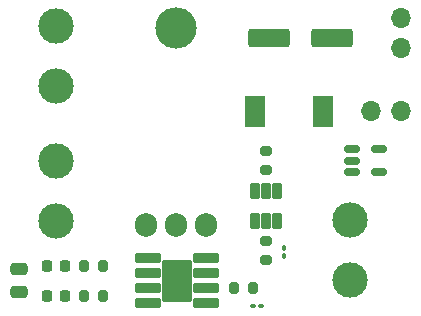
<source format=gbr>
%TF.GenerationSoftware,KiCad,Pcbnew,7.0.10*%
%TF.CreationDate,2024-07-15T19:27:34-03:00*%
%TF.ProjectId,board,626f6172-642e-46b6-9963-61645f706362,rev?*%
%TF.SameCoordinates,Original*%
%TF.FileFunction,Soldermask,Top*%
%TF.FilePolarity,Negative*%
%FSLAX46Y46*%
G04 Gerber Fmt 4.6, Leading zero omitted, Abs format (unit mm)*
G04 Created by KiCad (PCBNEW 7.0.10) date 2024-07-15 19:27:34*
%MOMM*%
%LPD*%
G01*
G04 APERTURE LIST*
G04 Aperture macros list*
%AMRoundRect*
0 Rectangle with rounded corners*
0 $1 Rounding radius*
0 $2 $3 $4 $5 $6 $7 $8 $9 X,Y pos of 4 corners*
0 Add a 4 corners polygon primitive as box body*
4,1,4,$2,$3,$4,$5,$6,$7,$8,$9,$2,$3,0*
0 Add four circle primitives for the rounded corners*
1,1,$1+$1,$2,$3*
1,1,$1+$1,$4,$5*
1,1,$1+$1,$6,$7*
1,1,$1+$1,$8,$9*
0 Add four rect primitives between the rounded corners*
20,1,$1+$1,$2,$3,$4,$5,0*
20,1,$1+$1,$4,$5,$6,$7,0*
20,1,$1+$1,$6,$7,$8,$9,0*
20,1,$1+$1,$8,$9,$2,$3,0*%
G04 Aperture macros list end*
%ADD10RoundRect,0.218750X0.218750X0.256250X-0.218750X0.256250X-0.218750X-0.256250X0.218750X-0.256250X0*%
%ADD11RoundRect,0.200000X-0.200000X-0.275000X0.200000X-0.275000X0.200000X0.275000X-0.200000X0.275000X0*%
%ADD12O,1.700000X1.700000*%
%ADD13RoundRect,0.250000X-0.475000X0.250000X-0.475000X-0.250000X0.475000X-0.250000X0.475000X0.250000X0*%
%ADD14O,3.000000X3.000000*%
%ADD15C,3.000000*%
%ADD16O,3.500000X3.500000*%
%ADD17O,1.905000X2.000000*%
%ADD18RoundRect,0.100000X-0.100000X0.130000X-0.100000X-0.130000X0.100000X-0.130000X0.100000X0.130000X0*%
%ADD19RoundRect,0.150000X-0.512500X-0.150000X0.512500X-0.150000X0.512500X0.150000X-0.512500X0.150000X0*%
%ADD20RoundRect,0.100500X0.986500X0.301500X-0.986500X0.301500X-0.986500X-0.301500X0.986500X-0.301500X0*%
%ADD21RoundRect,0.102000X1.206500X1.651000X-1.206500X1.651000X-1.206500X-1.651000X1.206500X-1.651000X0*%
%ADD22RoundRect,0.200000X0.200000X0.275000X-0.200000X0.275000X-0.200000X-0.275000X0.200000X-0.275000X0*%
%ADD23RoundRect,0.250000X-1.500000X-0.550000X1.500000X-0.550000X1.500000X0.550000X-1.500000X0.550000X0*%
%ADD24RoundRect,0.075500X-0.806500X-0.226500X0.806500X-0.226500X0.806500X0.226500X-0.806500X0.226500X0*%
%ADD25RoundRect,0.200000X0.275000X-0.200000X0.275000X0.200000X-0.275000X0.200000X-0.275000X-0.200000X0*%
%ADD26RoundRect,0.100000X0.130000X0.100000X-0.130000X0.100000X-0.130000X-0.100000X0.130000X-0.100000X0*%
%ADD27RoundRect,0.200000X-0.275000X0.200000X-0.275000X-0.200000X0.275000X-0.200000X0.275000X0.200000X0*%
%ADD28RoundRect,0.102000X-0.295000X0.605000X-0.295000X-0.605000X0.295000X-0.605000X0.295000X0.605000X0*%
G04 APERTURE END LIST*
D10*
%TO.C,D1*%
X127787500Y-103403400D03*
X126212500Y-103403400D03*
%TD*%
D11*
%TO.C,R2*%
X129350000Y-105943400D03*
X131000000Y-105943400D03*
%TD*%
D12*
%TO.C,J4*%
X156210000Y-84993400D03*
X156210000Y-82453400D03*
%TD*%
D13*
%TO.C,C4*%
X123825000Y-103723400D03*
X123825000Y-105623400D03*
%TD*%
D14*
%TO.C,J3*%
X151892000Y-99568000D03*
D15*
X151892000Y-104648000D03*
%TD*%
D16*
%TO.C,U1*%
X137160000Y-83273400D03*
D17*
X134620000Y-99933400D03*
X137160000Y-99933400D03*
X139700000Y-99933400D03*
%TD*%
D18*
%TO.C,C3*%
X146304000Y-101940400D03*
X146304000Y-102580400D03*
%TD*%
D19*
%TO.C,U4*%
X152030000Y-93563400D03*
X152030000Y-94513400D03*
X152030000Y-95463400D03*
X154305000Y-95463400D03*
X154305000Y-93563400D03*
%TD*%
D14*
%TO.C,J1*%
X127000000Y-88163400D03*
D15*
X127000000Y-83083400D03*
%TD*%
D11*
%TO.C,R1*%
X129350000Y-103403400D03*
X131000000Y-103403400D03*
%TD*%
D20*
%TO.C,U2*%
X139700000Y-106578400D03*
X139700000Y-105308400D03*
X139700000Y-104038400D03*
X139700000Y-102768400D03*
X134750000Y-102768400D03*
X134750000Y-104038400D03*
X134750000Y-105308400D03*
X134750000Y-106578400D03*
D21*
X137225000Y-104673400D03*
%TD*%
D14*
%TO.C,J2*%
X127000000Y-99593400D03*
D15*
X127000000Y-94513400D03*
%TD*%
D22*
%TO.C,R3*%
X143700000Y-105308400D03*
X142050000Y-105308400D03*
%TD*%
D23*
%TO.C,C1*%
X145001000Y-84150200D03*
X150401000Y-84150200D03*
%TD*%
D24*
%TO.C,Q1*%
X143805000Y-89347400D03*
X143805000Y-89997400D03*
X143805000Y-90647400D03*
X143805000Y-91297400D03*
X149565000Y-91297400D03*
X149565000Y-90647400D03*
X149565000Y-89997400D03*
X149565000Y-89347400D03*
%TD*%
D10*
%TO.C,D2*%
X127787500Y-105943400D03*
X126212500Y-105943400D03*
%TD*%
D25*
%TO.C,R5*%
X144780000Y-102958400D03*
X144780000Y-101308400D03*
%TD*%
D26*
%TO.C,C2*%
X144338000Y-106832400D03*
X143698000Y-106832400D03*
%TD*%
D27*
%TO.C,R4*%
X144780000Y-93688400D03*
X144780000Y-95338400D03*
%TD*%
D12*
%TO.C,J5*%
X156215000Y-90322400D03*
X153675000Y-90322400D03*
%TD*%
D28*
%TO.C,U3*%
X145730000Y-97083400D03*
X144780000Y-97083400D03*
X143830000Y-97083400D03*
X143830000Y-99593400D03*
X144780000Y-99593400D03*
X145730000Y-99593400D03*
%TD*%
M02*

</source>
